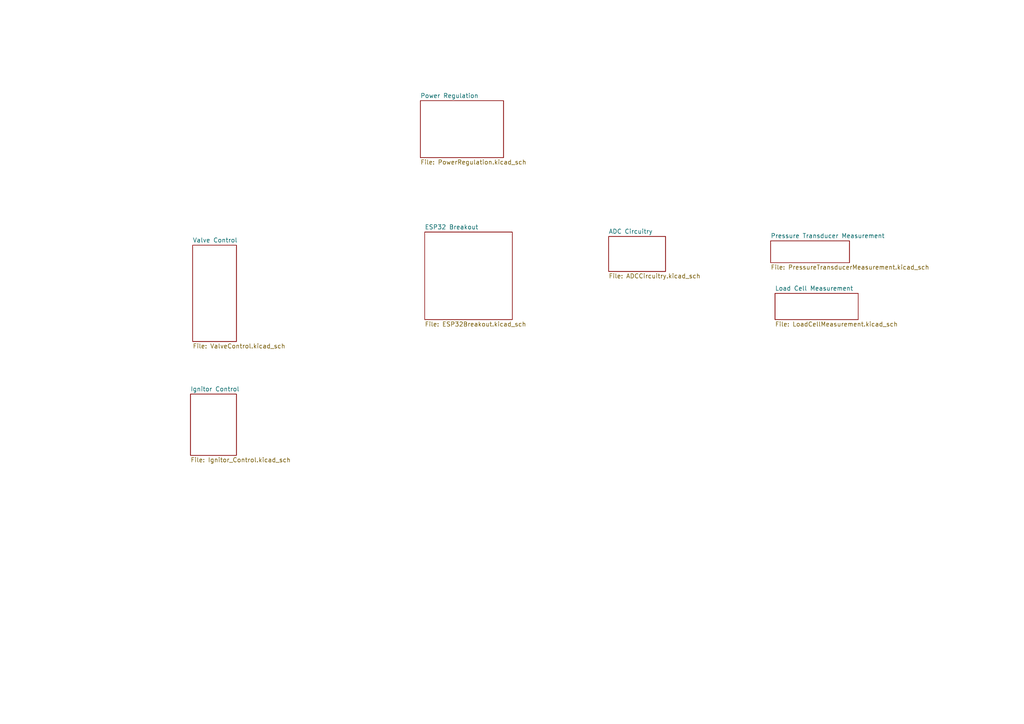
<source format=kicad_sch>
(kicad_sch (version 20250114) (generator "eeschema") (generator_version "9.0")
  (paper "A4")
  (title_block (rev "1.0.0") (company "Queen's Rocket Engineering Team"))
  (lib_symbols)
  (sheet (at 176.53 68.58) (size 16.51 10.16) (stroke (width 0.1524))
    (property "Sheetname" "ADC Circuitry" (at 176.53 67.8684 0) (effects (justify left bottom)))
    (property "Sheetfile" "ADCCircuitry.kicad_sch" (at 176.53 79.3246 0) (effects (justify left top)))
  )
  (sheet (at 55.245 114.3) (size 13.335 17.78) (stroke (width 0.1524))
    (property "Sheetname" "Ignitor Control" (at 55.245 113.5884 0) (effects (justify left bottom)))
    (property "Sheetfile" "Ignitor_Control.kicad_sch" (at 55.245 132.6646 0) (effects (justify left top)))
  )
  (sheet (at 223.52 69.85) (size 22.86 6.35) (stroke (width 0.1524))
    (property "Sheetname" "Pressure Transducer Measurement" (at 223.52 69.1384 0) (effects (justify left bottom)))
    (property "Sheetfile" "PressureTransducerMeasurement.kicad_sch" (at 223.52 76.7846 0) (effects (justify left top)))
  )
  (sheet (at 224.79 85.09) (size 24.13 7.62) (stroke (width 0.1524))
    (property "Sheetname" "Load Cell Measurement" (at 224.79 84.3784 0) (effects (justify left bottom)))
    (property "Sheetfile" "LoadCellMeasurement.kicad_sch" (at 224.79 93.2946 0) (effects (justify left top)))
  )
  (sheet (at 55.88 71.12) (size 12.7 27.94) (stroke (width 0.1524))
    (property "Sheetname" "Valve Control" (at 55.88 70.4084 0) (effects (justify left bottom)))
    (property "Sheetfile" "ValveControl.kicad_sch" (at 55.88 99.6446 0) (effects (justify left top)))
  )
  (sheet (at 121.92 29.21) (size 24.13 16.51) (stroke (width 0.1524))
    (property "Sheetname" "Power Regulation" (at 121.92 28.4984 0) (effects (justify left bottom)))
    (property "Sheetfile" "PowerRegulation.kicad_sch" (at 121.92 46.3046 0) (effects (justify left top)))
  )
  (sheet (at 123.19 67.31) (size 25.4 25.4) (stroke (width 0.1524))
    (property "Sheetname" "ESP32 Breakout" (at 123.19 66.5984 0) (effects (justify left bottom)))
    (property "Sheetfile" "ESP32Breakout.kicad_sch" (at 123.19 93.2946 0) (effects (justify left top)))
  )
)
</source>
